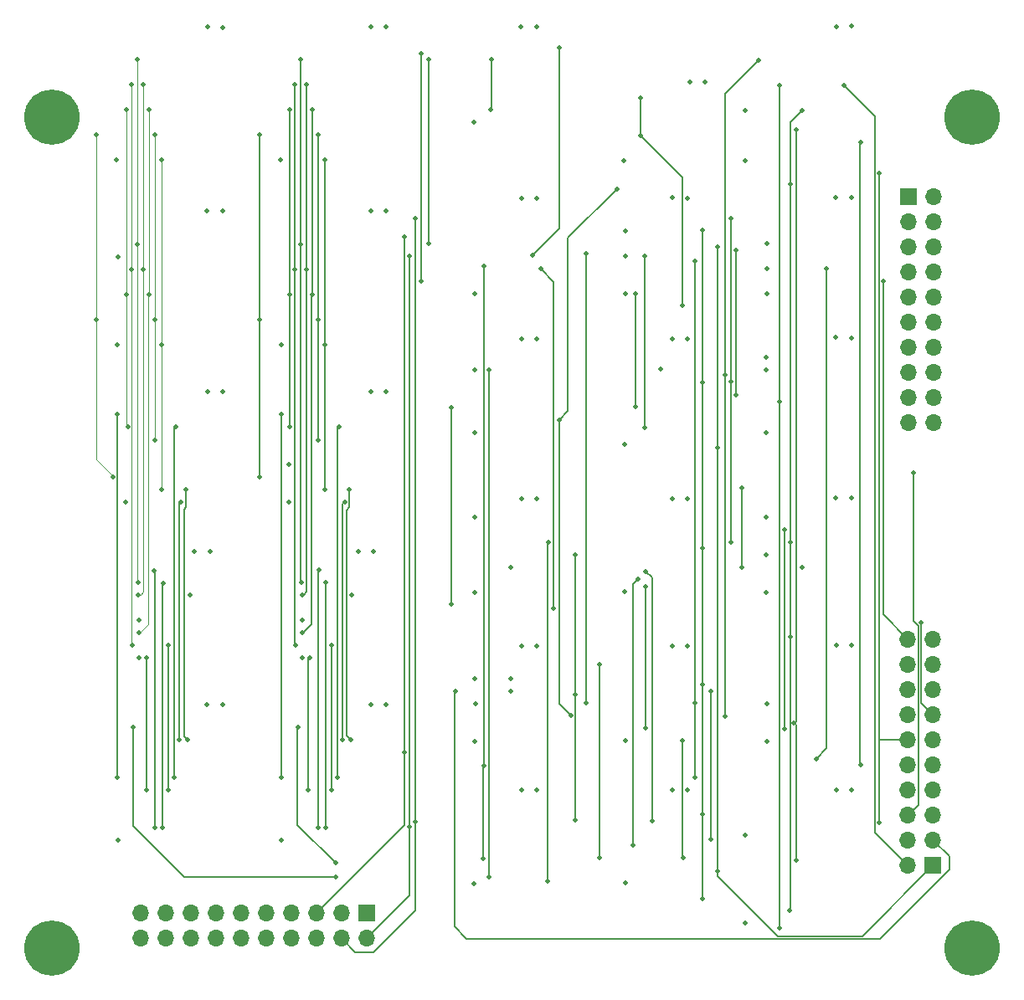
<source format=gbr>
G04 #@! TF.GenerationSoftware,KiCad,Pcbnew,(6.0.5)*
G04 #@! TF.CreationDate,2022-08-31T18:01:14+02:00*
G04 #@! TF.ProjectId,B1,42312e6b-6963-4616-945f-706362585858,rev?*
G04 #@! TF.SameCoordinates,Original*
G04 #@! TF.FileFunction,Copper,L4,Bot*
G04 #@! TF.FilePolarity,Positive*
%FSLAX46Y46*%
G04 Gerber Fmt 4.6, Leading zero omitted, Abs format (unit mm)*
G04 Created by KiCad (PCBNEW (6.0.5)) date 2022-08-31 18:01:14*
%MOMM*%
%LPD*%
G01*
G04 APERTURE LIST*
G04 #@! TA.AperFunction,ComponentPad*
%ADD10C,5.600000*%
G04 #@! TD*
G04 #@! TA.AperFunction,ComponentPad*
%ADD11R,1.700000X1.700000*%
G04 #@! TD*
G04 #@! TA.AperFunction,ComponentPad*
%ADD12O,1.700000X1.700000*%
G04 #@! TD*
G04 #@! TA.AperFunction,ViaPad*
%ADD13C,0.500000*%
G04 #@! TD*
G04 #@! TA.AperFunction,Conductor*
%ADD14C,0.127000*%
G04 #@! TD*
G04 #@! TA.AperFunction,Conductor*
%ADD15C,0.090000*%
G04 #@! TD*
G04 APERTURE END LIST*
D10*
X196406802Y-56930538D03*
X103406802Y-56930538D03*
X196406802Y-141055538D03*
D11*
X190000000Y-65000000D03*
D12*
X192540000Y-65000000D03*
X190000000Y-67540000D03*
X192540000Y-67540000D03*
X190000000Y-70080000D03*
X192540000Y-70080000D03*
X190000000Y-72620000D03*
X192540000Y-72620000D03*
X190000000Y-75160000D03*
X192540000Y-75160000D03*
X190000000Y-77700000D03*
X192540000Y-77700000D03*
X190000000Y-80240000D03*
X192540000Y-80240000D03*
X190000000Y-82780000D03*
X192540000Y-82780000D03*
X190000000Y-85320000D03*
X192540000Y-85320000D03*
X190000000Y-87860000D03*
X192540000Y-87860000D03*
D11*
X192500000Y-132660000D03*
D12*
X189960000Y-132660000D03*
X192500000Y-130120000D03*
X189960000Y-130120000D03*
X192500000Y-127580000D03*
X189960000Y-127580000D03*
X192500000Y-125040000D03*
X189960000Y-125040000D03*
X192500000Y-122500000D03*
X189960000Y-122500000D03*
X192500000Y-119960000D03*
X189960000Y-119960000D03*
X192500000Y-117420000D03*
X189960000Y-117420000D03*
X192500000Y-114880000D03*
X189960000Y-114880000D03*
X192500000Y-112340000D03*
X189960000Y-112340000D03*
X192500000Y-109800000D03*
X189960000Y-109800000D03*
D10*
X103406802Y-141055538D03*
D11*
X135200000Y-137500000D03*
D12*
X135200000Y-140040000D03*
X132660000Y-137500000D03*
X132660000Y-140040000D03*
X130120000Y-137500000D03*
X130120000Y-140040000D03*
X127580000Y-137500000D03*
X127580000Y-140040000D03*
X125040000Y-137500000D03*
X125040000Y-140040000D03*
X122500000Y-137500000D03*
X122500000Y-140040000D03*
X119960000Y-137500000D03*
X119960000Y-140040000D03*
X117420000Y-137500000D03*
X117420000Y-140040000D03*
X114880000Y-137500000D03*
X114880000Y-140040000D03*
X112340000Y-137500000D03*
X112340000Y-140040000D03*
D13*
X170688000Y-70104000D03*
X170688000Y-90424000D03*
X170726100Y-133184900D03*
X183484520Y-53723540D03*
X144190720Y-115034060D03*
X190500000Y-92964000D03*
X156276040Y-101244400D03*
X156319220Y-115333780D03*
X172044360Y-83705700D03*
X156278580Y-128074420D03*
X172041820Y-67190620D03*
X172044360Y-99974400D03*
X185155840Y-59451240D03*
X185195620Y-122501660D03*
X187004100Y-62636400D03*
X187004100Y-128310640D03*
X163370260Y-70965060D03*
X191315340Y-108038900D03*
X163360100Y-88313260D03*
X147111720Y-72034400D03*
X147030340Y-131991200D03*
X147091400Y-122547380D03*
X178020980Y-137215880D03*
X178026060Y-99992180D03*
X178026060Y-109507020D03*
X179224940Y-56250840D03*
X178026060Y-63700660D03*
X158757620Y-112354360D03*
X187424060Y-73550780D03*
X158767780Y-131902200D03*
X119075200Y-66421000D03*
X182676800Y-95453200D03*
X175641000Y-101219000D03*
X166141400Y-110464600D03*
X119126000Y-84683600D03*
X175691800Y-72263000D03*
X128701800Y-107848400D03*
X182702200Y-47777400D03*
X135610600Y-47802800D03*
X150850600Y-110439200D03*
X146202400Y-116281200D03*
X175666400Y-116281200D03*
X166116000Y-125044200D03*
X119072660Y-116400580D03*
X150799800Y-47777400D03*
X161358580Y-68463160D03*
X182676800Y-65074800D03*
X127347980Y-92102940D03*
X166141400Y-95529400D03*
X149758400Y-102514400D03*
X175590200Y-81254600D03*
X117805200Y-100863400D03*
X135636000Y-84683600D03*
X182676800Y-79248000D03*
X146126200Y-97434400D03*
X179273200Y-102514400D03*
X150850600Y-125044200D03*
X167868600Y-53416200D03*
X134340600Y-100863400D03*
X175641000Y-97434400D03*
X150850600Y-65125600D03*
X182702200Y-124993400D03*
X150850600Y-95529400D03*
X119100600Y-47828200D03*
X150850600Y-79375000D03*
X135636000Y-116382800D03*
X149809200Y-113741200D03*
X166116000Y-65100200D03*
X161371280Y-70970140D03*
X112166400Y-107848400D03*
X135636000Y-66446400D03*
X146177000Y-113741200D03*
X173487080Y-129626360D03*
X182702200Y-110363000D03*
X166166800Y-79349600D03*
X175666400Y-69723000D03*
X184251600Y-110363000D03*
X146174460Y-74797920D03*
X137185400Y-66421000D03*
X175691800Y-120116600D03*
X167690800Y-110464600D03*
X146126200Y-105054400D03*
X169418000Y-53416200D03*
X146131280Y-82529680D03*
X110058200Y-130124200D03*
X110827820Y-95879920D03*
X161391600Y-120015000D03*
X173507400Y-56261000D03*
X128701800Y-111633000D03*
X152400000Y-110490000D03*
X146177000Y-120116600D03*
X135890000Y-100863400D03*
X117322600Y-105308400D03*
X175641000Y-88849200D03*
X120650000Y-47853600D03*
X184277000Y-124993400D03*
X112166400Y-111633000D03*
X146100800Y-57454800D03*
X161366200Y-134442200D03*
X110083600Y-71069200D03*
X126593600Y-79984600D03*
X119405400Y-100863400D03*
X133687419Y-105300589D03*
X137185400Y-116382800D03*
X167690800Y-125044200D03*
X120624600Y-66421000D03*
X127347980Y-95912940D03*
X149783800Y-115011200D03*
X175691800Y-74777600D03*
X146149060Y-88882220D03*
X152425400Y-65125600D03*
X110032800Y-79959200D03*
X161264600Y-104952800D03*
X175615600Y-82550000D03*
X173507400Y-61341000D03*
X167690800Y-65125600D03*
X109905800Y-61290200D03*
X161356040Y-74790300D03*
X173507400Y-138506200D03*
X167690800Y-95529400D03*
X167690800Y-79349600D03*
X152400000Y-125044200D03*
X161239200Y-61366400D03*
X126492000Y-61290200D03*
X184226200Y-95453200D03*
X184277000Y-79273400D03*
X184251600Y-65074800D03*
X137210800Y-84734400D03*
X152400000Y-95529400D03*
X120675400Y-116357400D03*
X146100800Y-134518400D03*
X161315400Y-90043000D03*
X184251600Y-47752000D03*
X152400000Y-79375000D03*
X152374600Y-47802800D03*
X164922200Y-82397600D03*
X120675400Y-84709000D03*
X137185400Y-47777400D03*
X126593600Y-130124200D03*
X175641000Y-105029000D03*
X139573000Y-70993000D03*
X139573000Y-128778000D03*
X140131800Y-67183000D03*
X140131800Y-128193800D03*
X139047220Y-121231660D03*
X139047220Y-69088000D03*
X169155110Y-83811110D03*
X169148760Y-135994140D03*
X169153840Y-68351400D03*
X169155110Y-127478790D03*
X169155110Y-100544630D03*
X169155110Y-114349530D03*
X167126920Y-75996800D03*
X147788400Y-56196000D03*
X147804100Y-51116000D03*
X162938460Y-58801000D03*
X162943540Y-54991000D03*
X141478000Y-69723000D03*
X141478000Y-51130200D03*
X140716000Y-73533000D03*
X140690600Y-50495200D03*
X168394380Y-71534020D03*
X168424860Y-116179600D03*
X168404540Y-123723400D03*
X152003760Y-70929500D03*
X154703780Y-49913540D03*
X176971960Y-85686900D03*
X176971960Y-138960860D03*
X176974500Y-53715920D03*
X178429060Y-118234460D03*
X178625500Y-132130800D03*
X178625500Y-58226960D03*
X132123180Y-132410200D03*
X128244600Y-118694200D03*
X173164500Y-94444820D03*
X173184820Y-102489000D03*
X111582200Y-118694200D03*
X147574000Y-133847840D03*
X147566380Y-82522060D03*
X132123180Y-133835140D03*
X131101469Y-104038520D03*
X131076069Y-128854320D03*
X130326769Y-128856860D03*
X130357249Y-102776140D03*
X131685669Y-125044320D03*
X131660269Y-110388520D03*
X129457980Y-111633120D03*
X129272669Y-125044320D03*
X132441634Y-88257380D03*
X132238434Y-123766580D03*
X126554869Y-86995120D03*
X126554869Y-123774320D03*
X160525460Y-64226440D03*
X154686000Y-87571580D03*
X155849320Y-117457220D03*
X133489069Y-94640520D03*
X133616069Y-119964320D03*
X132983480Y-95899320D03*
X132803269Y-119964320D03*
X114681000Y-104089200D03*
X114554000Y-128854200D03*
X113741200Y-102819200D03*
X113804700Y-128856740D03*
X115138200Y-110388400D03*
X115163600Y-125044200D03*
X112928400Y-125044200D03*
X112935911Y-111633000D03*
X115951000Y-88265000D03*
X115747800Y-123774200D03*
X110032800Y-86995000D03*
X110032800Y-123774200D03*
X117094000Y-119964200D03*
X116967000Y-94640400D03*
X116461411Y-95899200D03*
X116281200Y-119964200D03*
X162399980Y-74782680D03*
X162399980Y-86230460D03*
X181711600Y-72229980D03*
X180685440Y-121846340D03*
X128633434Y-104046020D03*
X128557234Y-69804280D03*
X128557234Y-51137820D03*
X128684020Y-105305860D03*
X129171069Y-72346940D03*
X129171069Y-53644920D03*
X129696849Y-56215400D03*
X129707009Y-74874240D03*
X128714500Y-109111820D03*
X127977269Y-72339320D03*
X127977269Y-53644920D03*
X128033480Y-110381820D03*
X127443869Y-74904720D03*
X127443869Y-56210320D03*
X127398780Y-88277700D03*
X130316609Y-77414240D03*
X130316609Y-89588460D03*
X130316609Y-58752860D03*
X124393669Y-77417120D03*
X124393669Y-58755833D03*
X124395869Y-93370520D03*
X130982089Y-61297940D03*
X130982089Y-79969480D03*
X130964309Y-94645600D03*
X112014000Y-69796660D03*
X112014000Y-51130200D03*
X112090200Y-104038400D03*
X112090200Y-105308400D03*
X112649000Y-72346820D03*
X112649000Y-53644800D03*
X113174780Y-56215280D03*
X112166400Y-109110780D03*
X113184940Y-74874120D03*
X111511411Y-110381700D03*
X111455200Y-72339200D03*
X111455200Y-53644800D03*
X110921800Y-74904600D03*
X111070700Y-88279200D03*
X110921800Y-56210200D03*
X113794540Y-77414120D03*
X113794540Y-89588340D03*
X113794540Y-58752740D03*
X107871600Y-58755713D03*
X107871600Y-77417000D03*
X109550200Y-93370400D03*
X114442240Y-94645480D03*
X114460020Y-79969360D03*
X114460020Y-61297820D03*
X172544740Y-70413880D03*
X172532040Y-85054440D03*
X163400740Y-118734840D03*
X163400740Y-104404160D03*
X153532840Y-134254240D03*
X153558240Y-99974400D03*
X164068760Y-128120140D03*
X163451540Y-102918260D03*
X162153600Y-130637280D03*
X162659060Y-103647240D03*
X170027600Y-115003580D03*
X170035220Y-129997200D03*
X177472340Y-98696780D03*
X177459640Y-118818660D03*
X167190420Y-131899660D03*
X167172640Y-120009920D03*
X143758920Y-86332060D03*
X143779240Y-106243120D03*
X157391100Y-116205000D03*
X157426660Y-70777100D03*
X154129740Y-106657140D03*
X152796240Y-72275700D03*
X171447460Y-117551200D03*
X171447460Y-83060540D03*
X174876460Y-51181000D03*
D14*
X170726100Y-90462100D02*
X170688000Y-90424000D01*
X170726100Y-133761480D02*
X176793540Y-139828920D01*
X176793540Y-139828920D02*
X185331080Y-139828920D01*
X170726100Y-70142100D02*
X170688000Y-70104000D01*
X170726100Y-91655900D02*
X170726100Y-90462100D01*
X170726100Y-133184900D02*
X170726100Y-133761480D01*
X170726100Y-91655900D02*
X170726100Y-70142100D01*
X185331080Y-139828920D02*
X192500000Y-132660000D01*
X170726100Y-133184900D02*
X170726100Y-91655900D01*
X186601100Y-128943100D02*
X186601100Y-56840120D01*
X186601100Y-129301100D02*
X186601100Y-128943100D01*
X189960000Y-132660000D02*
X186601100Y-129301100D01*
X186601100Y-56840120D02*
X183484520Y-53723540D01*
X144147540Y-115077240D02*
X144190720Y-115034060D01*
X144147540Y-138851640D02*
X144147540Y-115077240D01*
X194111880Y-131731880D02*
X194111880Y-133054142D01*
X192500000Y-130120000D02*
X194111880Y-131731880D01*
X194111880Y-133054142D02*
X187120582Y-140045440D01*
X187120582Y-140045440D02*
X145341340Y-140045440D01*
X145341340Y-140045440D02*
X144147540Y-138851640D01*
X191008000Y-108458000D02*
X191008000Y-126532000D01*
X191008000Y-126532000D02*
X189960000Y-127580000D01*
X190500000Y-107950000D02*
X191008000Y-108458000D01*
X190500000Y-92964000D02*
X190500000Y-107950000D01*
X156319220Y-115333780D02*
X156278580Y-115293140D01*
X172044360Y-99974400D02*
X172044360Y-83705700D01*
X156278580Y-101246940D02*
X156276040Y-101244400D01*
X172044360Y-83705700D02*
X172044360Y-67193160D01*
X156278580Y-115293140D02*
X156278580Y-101246940D01*
X172044360Y-67193160D02*
X172041820Y-67190620D01*
X156278580Y-115374420D02*
X156319220Y-115333780D01*
X156278580Y-128074420D02*
X156278580Y-115374420D01*
X185133829Y-59473251D02*
X185155840Y-59451240D01*
X185133829Y-122439869D02*
X185133829Y-59473251D01*
X185195620Y-122501660D02*
X185133829Y-122439869D01*
X187004100Y-119950640D02*
X187004100Y-62636400D01*
X187004100Y-128310640D02*
X187004100Y-119950640D01*
X189960000Y-119960000D02*
X187013460Y-119960000D01*
X187013460Y-119960000D02*
X187004100Y-119950640D01*
X191315340Y-116235340D02*
X192500000Y-117420000D01*
X163360100Y-88313260D02*
X163370260Y-88303100D01*
X163370260Y-88303100D02*
X163370260Y-70965060D01*
X191315340Y-108038900D02*
X191315340Y-116235340D01*
X147030340Y-122608440D02*
X147030340Y-131991200D01*
X147111720Y-122527060D02*
X147091400Y-122547380D01*
X147091400Y-122547380D02*
X147030340Y-122608440D01*
X147111720Y-72034400D02*
X147111720Y-122527060D01*
X178020980Y-137215880D02*
X178026060Y-137210800D01*
X178026060Y-63700660D02*
X178026060Y-99992180D01*
X178026060Y-99992180D02*
X178026060Y-109507020D01*
X179224940Y-56278780D02*
X178026060Y-57477660D01*
X178026060Y-57477660D02*
X178026060Y-63700660D01*
X179224940Y-56250840D02*
X179224940Y-56278780D01*
X178026060Y-137210800D02*
X178026060Y-109507020D01*
X187424060Y-73550780D02*
X187424060Y-107264060D01*
X158757620Y-112354360D02*
X158757620Y-131892040D01*
X187424060Y-107264060D02*
X189960000Y-109800000D01*
X158757620Y-131892040D02*
X158767780Y-131902200D01*
X135200000Y-140040000D02*
X139573000Y-135667000D01*
X139573000Y-135667000D02*
X139573000Y-128778000D01*
X139573000Y-128778000D02*
X139573000Y-70993000D01*
X140131800Y-137215880D02*
X140131800Y-128193800D01*
X135936340Y-141411340D02*
X140131800Y-137215880D01*
X140131800Y-128193800D02*
X140131800Y-67183000D01*
X132660000Y-140040000D02*
X134031340Y-141411340D01*
X134031340Y-141411340D02*
X135936340Y-141411340D01*
X139047220Y-128574800D02*
X130122020Y-137500000D01*
X139047220Y-121231660D02*
X139047220Y-128574800D01*
X139047220Y-69088000D02*
X139047220Y-121231660D01*
X169155110Y-100544630D02*
X169155110Y-83811110D01*
X169148760Y-135994140D02*
X169155110Y-135987790D01*
X169155110Y-68352670D02*
X169153840Y-68351400D01*
X169155110Y-83811110D02*
X169155110Y-68352670D01*
X169155110Y-135987790D02*
X169155110Y-127478790D01*
X169155110Y-114349530D02*
X169155110Y-100544630D01*
X169155110Y-127478790D02*
X169155110Y-114349530D01*
X147804100Y-56180300D02*
X147788400Y-56196000D01*
X167126920Y-75996800D02*
X167177789Y-75945931D01*
X162943540Y-58795920D02*
X162938460Y-58801000D01*
X167177789Y-75945931D02*
X167177789Y-63040329D01*
X167177789Y-63040329D02*
X162938460Y-58801000D01*
X162943540Y-54991000D02*
X162943540Y-58795920D01*
X147804100Y-51116000D02*
X147804100Y-56180300D01*
X141478000Y-69723000D02*
X141478000Y-51130200D01*
X140716000Y-50520600D02*
X140690600Y-50495200D01*
X140716000Y-73533000D02*
X140716000Y-50520600D01*
X168424860Y-123703080D02*
X168424860Y-116179600D01*
X168424860Y-71564500D02*
X168424860Y-116179600D01*
X168394380Y-71534020D02*
X168424860Y-71564500D01*
X168404540Y-123723400D02*
X168424860Y-123703080D01*
X152003760Y-70929500D02*
X154703780Y-68229480D01*
X154703780Y-68229480D02*
X154703780Y-49913540D01*
X176971960Y-138960860D02*
X176971960Y-85686900D01*
X176971960Y-85686900D02*
X176971960Y-53718460D01*
X176971960Y-53718460D02*
X176974500Y-53715920D01*
X178625500Y-118430900D02*
X178429060Y-118234460D01*
X178625500Y-132130800D02*
X178625500Y-118430900D01*
X178625500Y-118038020D02*
X178625500Y-58226960D01*
X178429060Y-118234460D02*
X178625500Y-118038020D01*
X128219200Y-118719600D02*
X128244600Y-118694200D01*
X128219200Y-128541780D02*
X128219200Y-118719600D01*
X132087620Y-132410200D02*
X128219200Y-128541780D01*
X132123180Y-132410200D02*
X132087620Y-132410200D01*
X173184820Y-102489000D02*
X173184820Y-94465140D01*
X173184820Y-94465140D02*
X173164500Y-94444820D01*
X132110480Y-133847840D02*
X116761260Y-133847840D01*
X147574000Y-133847840D02*
X147574000Y-82529680D01*
X147574000Y-82529680D02*
X147566380Y-82522060D01*
X132123180Y-133835140D02*
X132110480Y-133847840D01*
X111582200Y-128668780D02*
X111582200Y-118694200D01*
X116761260Y-133847840D02*
X111582200Y-128668780D01*
X131076069Y-104063920D02*
X131101469Y-104038520D01*
X131076069Y-128854320D02*
X131076069Y-104063920D01*
X130326769Y-102806620D02*
X130357249Y-102776140D01*
X130326769Y-128856860D02*
X130326769Y-102806620D01*
X131685669Y-125044320D02*
X131685669Y-110413920D01*
X131685669Y-110413920D02*
X131660269Y-110388520D01*
X129272669Y-125044320D02*
X129272669Y-111818431D01*
X129272669Y-111818431D02*
X129457980Y-111633120D01*
X132238434Y-123766580D02*
X132238434Y-88460580D01*
X132238434Y-88460580D02*
X132441634Y-88257380D01*
X126554869Y-123774320D02*
X126554869Y-86995120D01*
X155577540Y-86695280D02*
X155577540Y-69174360D01*
X155577540Y-69174360D02*
X160525460Y-64226440D01*
X154686000Y-87571580D02*
X154701240Y-87571580D01*
X154668220Y-87589360D02*
X154686000Y-87571580D01*
X155849320Y-117457220D02*
X154668220Y-116276120D01*
X154701240Y-87571580D02*
X155577540Y-86695280D01*
X154668220Y-116276120D02*
X154668220Y-87589360D01*
X133489069Y-96418520D02*
X133489069Y-94640520D01*
X133174418Y-119522669D02*
X133174418Y-96733171D01*
X133174418Y-96733171D02*
X133489069Y-96418520D01*
X133616069Y-119964320D02*
X133174418Y-119522669D01*
X132803269Y-96079531D02*
X132983480Y-95899320D01*
X132803269Y-119964320D02*
X132803269Y-96079531D01*
X114554000Y-128854200D02*
X114554000Y-104063800D01*
X114554000Y-104063800D02*
X114579400Y-104038400D01*
X113804700Y-128856740D02*
X113804700Y-102806500D01*
X115163600Y-125044200D02*
X115163600Y-110413800D01*
X115163600Y-110413800D02*
X115138200Y-110388400D01*
X112935911Y-111633000D02*
X112935911Y-124858889D01*
X112935911Y-124858889D02*
X112750600Y-125044200D01*
X115747800Y-123774200D02*
X115747800Y-88468200D01*
X115747800Y-88468200D02*
X115951000Y-88265000D01*
X110032800Y-123774200D02*
X110032800Y-86995000D01*
X116765520Y-96619880D02*
X116967000Y-96418400D01*
X116967000Y-96418400D02*
X116967000Y-94640400D01*
X117094000Y-119964200D02*
X116765520Y-119635720D01*
X116765520Y-119635720D02*
X116765520Y-96619880D01*
X116281200Y-96079411D02*
X116461411Y-95899200D01*
X116281200Y-119964200D02*
X116281200Y-96079411D01*
X162399980Y-86230460D02*
X162399980Y-74782680D01*
X180685440Y-121846340D02*
X181711600Y-120820180D01*
X181711600Y-120820180D02*
X181711600Y-72229980D01*
X128557234Y-69804280D02*
X128557234Y-103969820D01*
X128557234Y-51137820D02*
X128557234Y-69804280D01*
X128557234Y-103969820D02*
X128633434Y-104046020D01*
X129171069Y-72346940D02*
X129171069Y-104978320D01*
X129171069Y-53644920D02*
X129171069Y-72346940D01*
X129171069Y-104978320D02*
X128847569Y-105301820D01*
X129707009Y-74874240D02*
X129657109Y-74924140D01*
X129696849Y-74864080D02*
X129707009Y-74874240D01*
X129657109Y-74924140D02*
X129657109Y-108248940D01*
X129696849Y-56215400D02*
X129696849Y-74864080D01*
X129657109Y-108248940D02*
X128794229Y-109111820D01*
X127977269Y-110325609D02*
X128033480Y-110381820D01*
X127977269Y-72339320D02*
X127977269Y-110325609D01*
X127977269Y-53644920D02*
X127977269Y-72339320D01*
X127443869Y-56210320D02*
X127443869Y-74904720D01*
X127443869Y-74904720D02*
X127443869Y-88130420D01*
X130316609Y-77414240D02*
X130316609Y-89588460D01*
X130316609Y-58752860D02*
X130316609Y-77414240D01*
X124393669Y-58755833D02*
X124393669Y-77417120D01*
X124393669Y-77417120D02*
X124393669Y-93368320D01*
X124393669Y-93368320D02*
X124395869Y-93370520D01*
X130982089Y-79969480D02*
X130982089Y-94627820D01*
X130982089Y-94627820D02*
X130964309Y-94645600D01*
X130982089Y-61297940D02*
X130982089Y-79969480D01*
D15*
X112014000Y-51130200D02*
X112014000Y-103962200D01*
X112014000Y-103962200D02*
X112090200Y-104038400D01*
X112649000Y-53644800D02*
X112649000Y-72346820D01*
X112649000Y-72346820D02*
X112649000Y-104978200D01*
X112649000Y-104978200D02*
X112325500Y-105301700D01*
X113174780Y-56215280D02*
X113174780Y-74863960D01*
X113184940Y-74874120D02*
X113135040Y-74924020D01*
X113174780Y-74863960D02*
X113184940Y-74874120D01*
X113135040Y-108248820D02*
X112272160Y-109111700D01*
X113135040Y-74924020D02*
X113135040Y-108248820D01*
X111455200Y-53644800D02*
X111455200Y-72339200D01*
X111455200Y-72339200D02*
X111455200Y-110325489D01*
X111455200Y-110325489D02*
X111511411Y-110381700D01*
X110921800Y-56210200D02*
X110921800Y-74904600D01*
X110921800Y-74904600D02*
X110921800Y-88130300D01*
X110921800Y-88130300D02*
X111070700Y-88279200D01*
X113794540Y-77414120D02*
X113794540Y-89588340D01*
X113794540Y-58752740D02*
X113794540Y-77414120D01*
X107871600Y-91593700D02*
X107871600Y-77417000D01*
X107871600Y-58755713D02*
X107871600Y-77417000D01*
X109648300Y-93370400D02*
X107871600Y-91593700D01*
X114460020Y-61297820D02*
X114460020Y-79969360D01*
X114460020Y-79969360D02*
X114460020Y-94627700D01*
X114460020Y-94627700D02*
X114442240Y-94645480D01*
D14*
X172544740Y-70413880D02*
X172544740Y-85041740D01*
X172544740Y-85041740D02*
X172532040Y-85054440D01*
X163400740Y-104404160D02*
X163400740Y-118734840D01*
X153532840Y-99999800D02*
X153558240Y-99974400D01*
X153532840Y-134254240D02*
X153532840Y-99999800D01*
X163451540Y-102918260D02*
X164061140Y-103527860D01*
X164061140Y-103527860D02*
X164061140Y-128112520D01*
X164061140Y-128112520D02*
X164068760Y-128120140D01*
X162153600Y-104152700D02*
X162659060Y-103647240D01*
X162153600Y-130637280D02*
X162153600Y-104152700D01*
X170027600Y-115003580D02*
X170027600Y-129989580D01*
X170027600Y-129989580D02*
X170035220Y-129997200D01*
X177459640Y-118818660D02*
X177459640Y-98709480D01*
X177459640Y-98709480D02*
X177472340Y-98696780D01*
X167177789Y-131887029D02*
X167177789Y-120015069D01*
X167190420Y-131899660D02*
X167177789Y-131887029D01*
X167177789Y-120015069D02*
X167172640Y-120009920D01*
X143779240Y-106243120D02*
X143764000Y-106227880D01*
X143764000Y-86337140D02*
X143758920Y-86332060D01*
X143764000Y-106227880D02*
X143764000Y-86337140D01*
X157426660Y-116169440D02*
X157426660Y-70777100D01*
X157391100Y-116205000D02*
X157426660Y-116169440D01*
X154129740Y-106657140D02*
X154129740Y-73609200D01*
X154129740Y-73609200D02*
X152796240Y-72275700D01*
X171447460Y-54610000D02*
X174876460Y-51181000D01*
X171447460Y-69664580D02*
X171447460Y-54610000D01*
X171447460Y-83060540D02*
X171447460Y-69664580D01*
X171447460Y-117551200D02*
X171447460Y-83060540D01*
M02*

</source>
